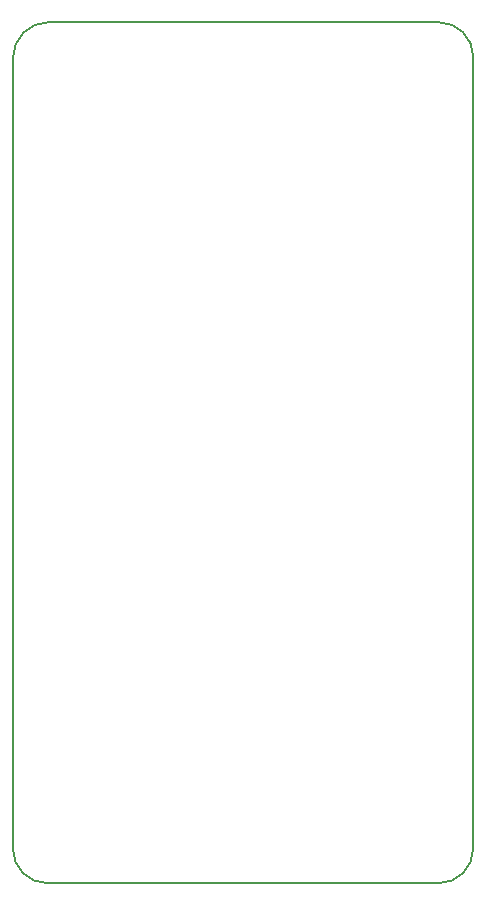
<source format=gbr>
%TF.GenerationSoftware,KiCad,Pcbnew,(5.0.2)-1*%
%TF.CreationDate,2021-03-08T17:37:58-08:00*%
%TF.ProjectId,scum3c-devboard,7363756d-3363-42d6-9465-76626f617264,rev?*%
%TF.SameCoordinates,Original*%
%TF.FileFunction,Profile,NP*%
%FSLAX46Y46*%
G04 Gerber Fmt 4.6, Leading zero omitted, Abs format (unit mm)*
G04 Created by KiCad (PCBNEW (5.0.2)-1) date 3/8/2021 5:37:58 PM*
%MOMM*%
%LPD*%
G01*
G04 APERTURE LIST*
%ADD10C,0.200000*%
G04 APERTURE END LIST*
D10*
X197104000Y-67310000D02*
X230124000Y-67310000D01*
X194056000Y-137287000D02*
X194056000Y-70358000D01*
X233045000Y-137287000D02*
X233045000Y-70231000D01*
X196977000Y-140208000D02*
X230124000Y-140208000D01*
X196977000Y-140208000D02*
G75*
G02X194056000Y-137287000I0J2921000D01*
G01*
X233045000Y-137287000D02*
G75*
G02X230124000Y-140208000I-2921000J0D01*
G01*
X230124000Y-67310000D02*
G75*
G02X233045000Y-70231000I0J-2921000D01*
G01*
X194056000Y-70358000D02*
G75*
G02X197104000Y-67310000I3048000J0D01*
G01*
M02*

</source>
